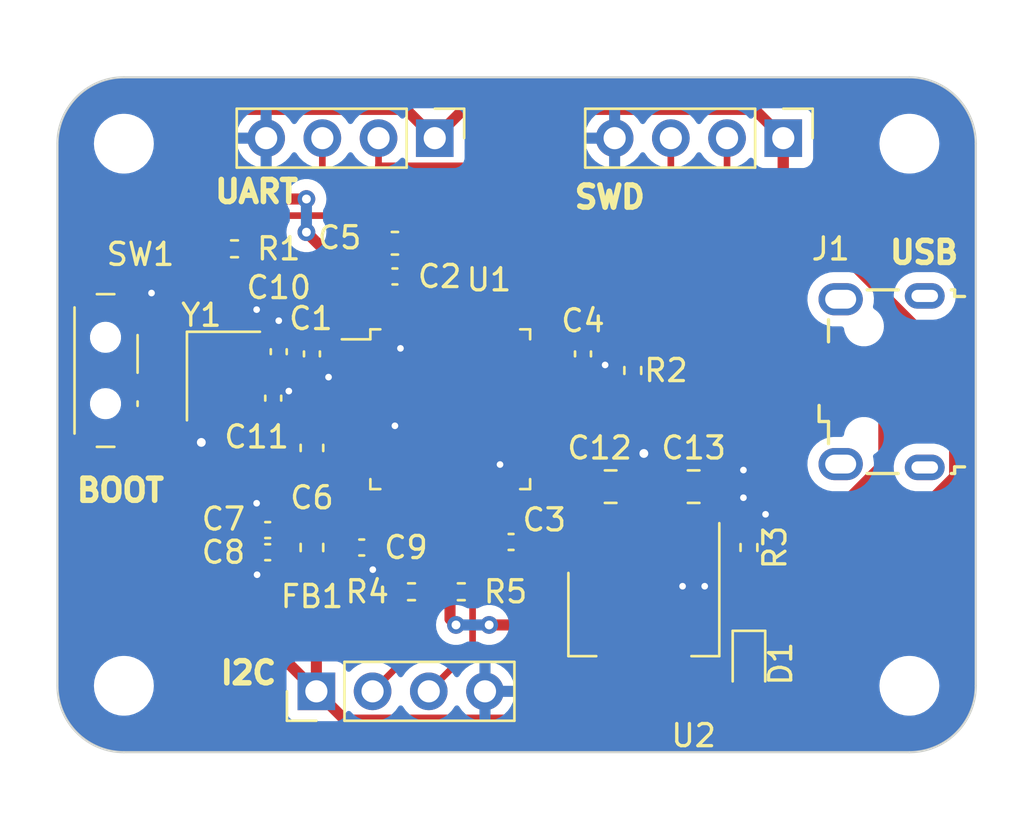
<source format=kicad_pcb>
(kicad_pcb (version 20221018) (generator pcbnew)
  (layers (0 "F.Cu" signal) (31 "B.Cu" power) (34 "B.Paste" user) (35 "F.Paste" user) (36 "B.SilkS" user "B.Silkscreen") (37 "F.SilkS" user "F.Silkscreen") (38 "B.Mask" user) (39 "F.Mask" user) (44 "Edge.Cuts" user))
  (net 0 "")
  (net 1 "+3.3V")
  (net 2 "GND")
  (net 3 "+3.3VA")
  (net 4 "/NRST")
  (net 5 "/HSE_IN")
  (net 6 "/HSE_OUT")
  (net 7 "VBUS")
  (net 8 "/PWR_LED_K")
  (net 9 "/USB_D-")
  (net 10 "/USB_D+")
  (net 13 "/SW_DIO")
  (net 14 "/SW_CLK")
  (net 15 "/USART1_TX")
  (net 16 "/USART1_RX")
  (net 17 "/I2C2_SCL")
  (net 18 "/I2C2_SDA")
  (net 19 "/SW_BOOT0")
  (net 20 "/BOOT0")
  (footprint "Capacitor_SMD:C_0402_1005Metric" (layer "F.Cu") (at 86 82.75 -90)
    (fp_text reference "C4" (at -1.5 0 -180) (layer "F.SilkS"))
    (fp_text value "100n")
    (pad "1" smd roundrect (at -0.48 0 270) (size 0.56 0.62) (layers "F.Cu" "F.Paste" "F.Mask") (net 1 "+3.3V"))
    (pad "2" smd roundrect (at 0.48 0 270) (size 0.56 0.62) (layers "F.Cu" "F.Paste" "F.Mask") (net 2 "GND"))
  )
  (footprint "Capacitor_SMD:C_0805_2012Metric" (layer "F.Cu") (at 87.25 88.75)
    (fp_text reference "C12" (at -0.5 -1.75) (layer "F.SilkS"))
    (fp_text value "22u")
    (pad "1" smd roundrect (at -0.95 0) (size 1 1.45) (layers "F.Cu" "F.Paste" "F.Mask") (net 7 "VBUS"))
    (pad "2" smd roundrect (at 0.95 0) (size 1 1.45) (layers "F.Cu" "F.Paste" "F.Mask") (net 2 "GND"))
  )
  (footprint "Resistor_SMD:R_0402_1005Metric" (layer "F.Cu") (at 78.25 93.5)
    (fp_text reference "R4" (at -2 0) (layer "F.SilkS"))
    (fp_text value "1k5")
    (pad "1" smd roundrect (at -0.51 0) (size 0.54 0.64) (layers "F.Cu" "F.Paste" "F.Mask") (net 17 "/I2C2_SCL"))
    (pad "2" smd roundrect (at 0.51 0) (size 0.54 0.64) (layers "F.Cu" "F.Paste" "F.Mask") (net 1 "+3.3V"))
  )
  (footprint "Resistor_SMD:R_0402_1005Metric" (layer "F.Cu") (at 88.25 83.5 -90)
    (fp_text reference "R2" (at 0 -1.5 -180) (layer "F.SilkS"))
    (fp_text value "1k5")
    (pad "1" smd roundrect (at -0.51 0 270) (size 0.54 0.64) (layers "F.Cu" "F.Paste" "F.Mask") (net 1 "+3.3V"))
    (pad "2" smd roundrect (at 0.51 0 270) (size 0.54 0.64) (layers "F.Cu" "F.Paste" "F.Mask") (net 10 "/USB_D+"))
  )
  (footprint "MountingHole:MountingHole_2.2mm_M2" (layer "F.Cu") (at 100.75 73.25)
    (fp_text reference "H1")
    (fp_text value "MountingHole")
    (pad "" np_thru_hole circle (at 0 0) (size 2.2 2.2) (drill 2.2) (layers "*.Cu" "*.Mask"))
  )
  (footprint "Package_TO_SOT_SMD:SOT-223-3_TabPin2" (layer "F.Cu") (at 88.75 94.5 -90)
    (fp_text reference "U2" (at 5.5 -2.25) (layer "F.SilkS"))
    (fp_text value "AMS1117-3.3")
    (pad "1" smd rect (at -3.15 -2.3 270) (size 2 1.5) (layers "F.Cu" "F.Paste" "F.Mask") (net 2 "GND"))
    (pad "2" smd rect (at -3.15 0 270) (size 2 1.5) (layers "F.Cu" "F.Paste" "F.Mask") (net 1 "+3.3V"))
    (pad "2" smd rect (at 3.15 0 270) (size 2 3.8) (layers "F.Cu" "F.Paste" "F.Mask") (net 1 "+3.3V"))
    (pad "3" smd rect (at -3.15 2.3 270) (size 2 1.5) (layers "F.Cu" "F.Paste" "F.Mask") (net 7 "VBUS"))
  )
  (footprint "Capacitor_SMD:C_0402_1005Metric" (layer "F.Cu") (at 77.5 79.25)
    (fp_text reference "C2" (at 2.02 0) (layer "F.SilkS"))
    (fp_text value "100n")
    (pad "1" smd roundrect (at -0.48 0) (size 0.56 0.62) (layers "F.Cu" "F.Paste" "F.Mask") (net 1 "+3.3V"))
    (pad "2" smd roundrect (at 0.48 0) (size 0.56 0.62) (layers "F.Cu" "F.Paste" "F.Mask") (net 2 "GND"))
  )
  (footprint "Button_Switch_SMD:SW_SPDT_PCM12" (layer "F.Cu") (at 64.75 83.5 -90)
    (fp_text reference "SW1" (at -5.25 -1.25) (layer "F.SilkS"))
    (fp_text value "SW_SPDT")
    (pad "" smd rect (at -3.65 -0.78 270) (size 1 0.8) (layers "F.Cu" "F.Paste" "F.Mask"))
    (pad "" smd rect (at -3.65 1.43 270) (size 1 0.8) (layers "F.Cu" "F.Paste" "F.Mask"))
    (pad "" np_thru_hole circle (at -1.5 0.33 270) (size 0.9 0.9) (drill 0.9) (layers "*.Cu" "*.Mask"))
    (pad "" np_thru_hole circle (at 1.5 0.33 270) (size 0.9 0.9) (drill 0.9) (layers "*.Cu" "*.Mask"))
    (pad "" smd rect (at 3.65 -0.78 270) (size 1 0.8) (layers "F.Cu" "F.Paste" "F.Mask"))
    (pad "" smd rect (at 3.65 1.43 270) (size 1 0.8) (layers "F.Cu" "F.Paste" "F.Mask"))
    (pad "1" smd rect (at -2.25 -1.43 270) (size 0.7 1.5) (layers "F.Cu" "F.Paste" "F.Mask") (net 2 "GND"))
    (pad "2" smd rect (at 0.75 -1.43 270) (size 0.7 1.5) (layers "F.Cu" "F.Paste" "F.Mask") (net 19 "/SW_BOOT0"))
    (pad "3" smd rect (at 2.25 -1.43 270) (size 0.7 1.5) (layers "F.Cu" "F.Paste" "F.Mask") (net 1 "+3.3V"))
  )
  (footprint "Capacitor_SMD:C_0603_1608Metric" (layer "F.Cu") (at 77.5 77.75)
    (fp_text reference "C5" (at -2.5 -0.25 180) (layer "F.SilkS"))
    (fp_text value "10u")
    (pad "1" smd roundrect (at -0.775 0) (size 0.9 0.95) (layers "F.Cu" "F.Paste" "F.Mask") (net 1 "+3.3V"))
    (pad "2" smd roundrect (at 0.775 0) (size 0.9 0.95) (layers "F.Cu" "F.Paste" "F.Mask") (net 2 "GND"))
  )
  (footprint "Capacitor_SMD:C_0402_1005Metric" (layer "F.Cu") (at 72 84.75 90)
    (fp_text reference "C11" (at -1.75 -0.75) (layer "F.SilkS"))
    (fp_text value "10p")
    (pad "1" smd roundrect (at -0.48 0 90) (size 0.56 0.62) (layers "F.Cu" "F.Paste" "F.Mask") (net 6 "/HSE_OUT"))
    (pad "2" smd roundrect (at 0.48 0 90) (size 0.56 0.62) (layers "F.Cu" "F.Paste" "F.Mask") (net 2 "GND"))
  )
  (footprint "Capacitor_SMD:C_0402_1005Metric" (layer "F.Cu") (at 71.75 90.7125 180)
    (fp_text reference "C7" (at 2 0.5 180) (layer "F.SilkS"))
    (fp_text value "1u")
    (pad "1" smd roundrect (at -0.48 0 180) (size 0.56 0.62) (layers "F.Cu" "F.Paste" "F.Mask") (net 3 "+3.3VA"))
    (pad "2" smd roundrect (at 0.48 0 180) (size 0.56 0.62) (layers "F.Cu" "F.Paste" "F.Mask") (net 2 "GND"))
  )
  (footprint "Inductor_SMD:L_0603_1608Metric" (layer "F.Cu") (at 73.75 91.5 -90)
    (fp_text reference "FB1" (at 2.2125 0 -180) (layer "F.SilkS"))
    (fp_text value "120R")
    (pad "1" smd roundrect (at -0.7875 0 270) (size 0.875 0.95) (layers "F.Cu" "F.Paste" "F.Mask") (net 3 "+3.3VA"))
    (pad "2" smd roundrect (at 0.7875 0 270) (size 0.875 0.95) (layers "F.Cu" "F.Paste" "F.Mask") (net 1 "+3.3V"))
  )
  (footprint "Capacitor_SMD:C_0402_1005Metric" (layer "F.Cu") (at 73.75 82.75 -90)
    (fp_text reference "C1" (at -1.6 0.05 -180) (layer "F.SilkS"))
    (fp_text value "100n")
    (pad "1" smd roundrect (at -0.48 0 270) (size 0.56 0.62) (layers "F.Cu" "F.Paste" "F.Mask") (net 1 "+3.3V"))
    (pad "2" smd roundrect (at 0.48 0 270) (size 0.56 0.62) (layers "F.Cu" "F.Paste" "F.Mask") (net 2 "GND"))
  )
  (footprint "Resistor_SMD:R_0402_1005Metric" (layer "F.Cu") (at 93.5 91.5 -90)
    (fp_text reference "R3" (at 0 -1.17 90) (layer "F.SilkS"))
    (fp_text value "1k5")
    (pad "1" smd roundrect (at -0.51 0 270) (size 0.54 0.64) (layers "F.Cu" "F.Paste" "F.Mask") (net 2 "GND"))
    (pad "2" smd roundrect (at 0.51 0 270) (size 0.54 0.64) (layers "F.Cu" "F.Paste" "F.Mask") (net 8 "/PWR_LED_K"))
  )
  (footprint "Capacitor_SMD:C_0402_1005Metric" (layer "F.Cu") (at 82.75 91.25 180)
    (fp_text reference "C3" (at -1.5 1) (layer "F.SilkS"))
    (fp_text value "100n")
    (pad "1" smd roundrect (at -0.48 0 180) (size 0.56 0.62) (layers "F.Cu" "F.Paste" "F.Mask") (net 1 "+3.3V"))
    (pad "2" smd roundrect (at 0.48 0 180) (size 0.56 0.62) (layers "F.Cu" "F.Paste" "F.Mask") (net 2 "GND"))
  )
  (footprint "Capacitor_SMD:C_0402_1005Metric" (layer "F.Cu") (at 76 91.5)
    (fp_text reference "C9" (at 2 0) (layer "F.SilkS"))
    (fp_text value "100n")
    (pad "1" smd roundrect (at -0.48 0) (size 0.56 0.62) (layers "F.Cu" "F.Paste" "F.Mask") (net 4 "/NRST"))
    (pad "2" smd roundrect (at 0.48 0) (size 0.56 0.62) (layers "F.Cu" "F.Paste" "F.Mask") (net 2 "GND"))
  )
  (footprint "LED_SMD:LED_0603_1608Metric" (layer "F.Cu") (at 93.5 96.75 -90)
    (fp_text reference "D1" (at 0 -1.43 90) (layer "F.SilkS"))
    (fp_text value "RED")
    (pad "1" smd roundrect (at -0.7875 0 270) (size 0.875 0.95) (layers "F.Cu" "F.Paste" "F.Mask") (net 8 "/PWR_LED_K"))
    (pad "2" smd roundrect (at 0.7875 0 270) (size 0.875 0.95) (layers "F.Cu" "F.Paste" "F.Mask") (net 1 "+3.3V"))
  )
  (footprint "Capacitor_SMD:C_0402_1005Metric" (layer "F.Cu") (at 71.75 91.7125 180)
    (fp_text reference "C8" (at 2 0 180) (layer "F.SilkS"))
    (fp_text value "1u")
    (pad "1" smd roundrect (at -0.48 0 180) (size 0.56 0.62) (layers "F.Cu" "F.Paste" "F.Mask") (net 1 "+3.3V"))
    (pad "2" smd roundrect (at 0.48 0 180) (size 0.56 0.62) (layers "F.Cu" "F.Paste" "F.Mask") (net 2 "GND"))
  )
  (footprint "MountingHole:MountingHole_2.2mm_M2" (layer "F.Cu") (at 65.25 97.75)
    (fp_text reference "H3")
    (fp_text value "MountingHole")
    (pad "" np_thru_hole circle (at 0 0) (size 2.2 2.2) (drill 2.2) (layers "*.Cu" "*.Mask"))
  )
  (footprint "Package_QFP:LQFP-48_7x7mm_P0.5mm" (layer "F.Cu") (at 80 85.25)
    (fp_text reference "U1" (at 1.75 -5.85) (layer "F.SilkS"))
    (fp_text value "STM32F103C8T6")
    (pad "1" smd roundrect (at -4.1625 -2.75) (size 1.475 0.3) (layers "F.Cu" "F.Paste" "F.Mask") (net 1 "+3.3V"))
    (pad "2" smd roundrect (at -4.1625 -2.25) (size 1.475 0.3) (layers "F.Cu" "F.Paste" "F.Mask"))
    (pad "3" smd roundrect (at -4.1625 -1.75) (size 1.475 0.3) (layers "F.Cu" "F.Paste" "F.Mask"))
    (pad "4" smd roundrect (at -4.1625 -1.25) (size 1.475 0.3) (layers "F.Cu" "F.Paste" "F.Mask"))
    (pad "5" smd roundrect (at -4.1625 -0.75) (size 1.475 0.3) (layers "F.Cu" "F.Paste" "F.Mask") (net 5 "/HSE_IN"))
    (pad "6" smd roundrect (at -4.1625 -0.25) (size 1.475 0.3) (layers "F.Cu" "F.Paste" "F.Mask") (net 6 "/HSE_OUT"))
    (pad "7" smd roundrect (at -4.1625 0.25) (size 1.475 0.3) (layers "F.Cu" "F.Paste" "F.Mask") (net 4 "/NRST"))
    (pad "8" smd roundrect (at -4.1625 0.75) (size 1.475 0.3) (layers "F.Cu" "F.Paste" "F.Mask") (net 2 "GND"))
    (pad "9" smd roundrect (at -4.1625 1.25) (size 1.475 0.3) (layers "F.Cu" "F.Paste" "F.Mask") (net 3 "+3.3VA"))
    (pad "10" smd roundrect (at -4.1625 1.75) (size 1.475 0.3) (layers "F.Cu" "F.Paste" "F.Mask"))
    (pad "11" smd roundrect (at -4.1625 2.25) (size 1.475 0.3) (layers "F.Cu" "F.Paste" "F.Mask"))
    (pad "12" smd roundrect (at -4.1625 2.75) (size 1.475 0.3) (layers "F.Cu" "F.Paste" "F.Mask"))
    (pad "13" smd roundrect (at -2.75 4.1625) (size 0.3 1.475) (layers "F.Cu" "F.Paste" "F.Mask"))
    (pad "14" smd roundrect (at -2.25 4.1625) (size 0.3 1.475) (layers "F.Cu" "F.Paste" "F.Mask"))
    (pad "15" smd roundrect (at -1.75 4.1625) (size 0.3 1.475) (layers "F.Cu" "F.Paste" "F.Mask"))
    (pad "16" smd roundrect (at -1.25 4.1625) (size 0.3 1.475) (layers "F.Cu" "F.Paste" "F.Mask"))
    (pad "17" smd roundrect (at -0.75 4.1625) (size 0.3 1.475) (layers "F.Cu" "F.Paste" "F.Mask"))
    (pad "18" smd roundrect (at -0.25 4.1625) (size 0.3 1.475) (layers "F.Cu" "F.Paste" "F.Mask"))
    (pad "19" smd roundrect (at 0.25 4.1625) (size 0.3 1.475) (layers "F.Cu" "F.Paste" "F.Mask"))
    (pad "20" smd roundrect (at 0.75 4.1625) (size 0.3 1.475) (layers "F.Cu" "F.Paste" "F.Mask"))
    (pad "21" smd roundrect (at 1.25 4.1625) (size 0.3 1.475) (layers "F.Cu" "F.Paste" "F.Mask") (net 17 "/I2C2_SCL"))
    (pad "22" smd roundrect (at 1.75 4.1625) (size 0.3 1.475) (layers "F.Cu" "F.Paste" "F.Mask") (net 18 "/I2C2_SDA"))
    (pad "23" smd roundrect (at 2.25 4.1625) (size 0.3 1.475) (layers "F.Cu" "F.Paste" "F.Mask") (net 2 "GND"))
    (pad "24" smd roundrect (at 2.75 4.1625) (size 0.3 1.475) (layers "F.Cu" "F.Paste" "F.Mask") (net 1 "+3.3V"))
    (pad "25" smd roundrect (at 4.1625 2.75) (size 1.475 0.3) (layers "F.Cu" "F.Paste" "F.Mask"))
    (pad "26" smd roundrect (at 4.1625 2.25) (size 1.475 0.3) (layers "F.Cu" "F.Paste" "F.Mask"))
    (pad "27" smd roundrect (at 4.1625 1.75) (size 1.475 0.3) (layers "F.Cu" "F.Paste" "F.Mask"))
    (pad "28" smd roundrect (at 4.1625 1.25) (size 1.475 0.3) (layers "F.Cu" "F.Paste" "F.Mask"))
    (pad "29" smd roundrect (at 4.1625 0.75) (size 1.475 0.3) (layers "F.Cu" "F.Paste" "F.Mask"))
    (pad "30" smd roundrect (at 4.1625 0.25) (size 1.475 0.3) (layers "F.Cu" "F.Paste" "F.Mask"))
    (pad "31" smd roundrect (at 4.1625 -0.25) (size 1.475 0.3) (layers "F.Cu" "F.Paste" "F.Mask"))
    (pad "32" smd roundrect (at 4.1625 -0.75) (size 1.475 0.3) (layers "F.Cu" "F.Paste" "F.Mask") (net 9 "/USB_D-"))
    (pad "33" smd roundrect (at 4.1625 -1.25) (size 1.475 0.3) (layers "F.Cu" "F.Paste" "F.Mask") (net 10 "/USB_D+"))
    (pad "34" smd roundrect (at 4.1625 -1.75) (size 1.475 0.3) (layers "F.Cu" "F.Paste" "F.Mask") (net 13 "/SW_DIO"))
    (pad "35" smd roundrect (at 4.1625 -2.25) (size 1.475 0.3) (layers "F.Cu" "F.Paste" "F.Mask") (net 2 "GND"))
    (pad "36" smd roundrect (at 4.1625 -2.75) (size 1.475 0.3) (layers "F.Cu" "F.Paste" "F.Mask") (net 1 "+3.3V"))
    (pad "37" smd roundrect (at 2.75 -4.1625) (size 0.3 1.475) (layers "F.Cu" "F.Paste" "F.Mask") (net 14 "/SW_CLK"))
    (pad "38" smd roundrect (at 2.25 -4.1625) (size 0.3 1.475) (layers "F.Cu" "F.Paste" "F.Mask"))
    (pad "39" smd roundrect (at 1.75 -4.1625) (size 0.3 1.475) (layers "F.Cu" "F.Paste" "F.Mask"))
    (pad "40" smd roundrect (at 1.25 -4.1625) (size 0.3 1.475) (layers "F.Cu" "F.Paste" "F.Mask"))
    (pad "41" smd roundrect (at 0.75 -4.1625) (size 0.3 1.475) (layers "F.Cu" "F.Paste" "F.Mask"))
    (pad "42" smd roundrect (at 0.25 -4.1625) (size 0.3 1.475) (layers "F.Cu" "F.Paste" "F.Mask") (net 15 "/USART1_TX"))
    (pad "43" smd roundrect (at -0.25 -4.1625) (size 0.3 1.475) (layers "F.Cu" "F.Paste" "F.Mask") (net 16 "/USART1_RX"))
    (pad "44" smd roundrect (at -0.75 -4.1625) (size 0.3 1.475) (layers "F.Cu" "F.Paste" "F.Mask") (net 20 "/BOOT0"))
    (pad "45" smd roundrect (at -1.25 -4.1625) (size 0.3 1.475) (layers "F.Cu" "F.Paste" "F.Mask"))
    (pad "46" smd roundrect (at -1.75 -4.1625) (size 0.3 1.475) (layers "F.Cu" "F.Paste" "F.Mask"))
    (pad "47" smd roundrect (at -2.25 -4.1625) (size 0.3 1.475) (layers "F.Cu" "F.Paste" "F.Mask") (net 2 "GND"))
    (pad "48" smd roundrect (at -2.75 -4.1625) (size 0.3 1.475) (layers "F.Cu" "F.Paste" "F.Mask") (net 1 "+3.3V"))
  )
  (footprint "Resistor_SMD:R_0402_1005Metric" (layer "F.Cu") (at 80.5 93.5 180)
    (fp_text reference "R5" (at -2 0) (layer "F.SilkS"))
    (fp_text value "1k5")
    (pad "1" smd roundrect (at -0.51 0 180) (size 0.54 0.64) (layers "F.Cu" "F.Paste" "F.Mask") (net 18 "/I2C2_SDA"))
    (pad "2" smd roundrect (at 0.51 0 180) (size 0.54 0.64) (layers "F.Cu" "F.Paste" "F.Mask") (net 1 "+3.3V"))
  )
  (footprint "MountingHole:MountingHole_2.2mm_M2" (layer "F.Cu") (at 100.75 97.75)
    (fp_text reference "H4")
    (fp_text value "MountingHole")
    (pad "" np_thru_hole circle (at 0 0) (size 2.2 2.2) (drill 2.2) (layers "*.Cu" "*.Mask"))
  )
  (footprint "Capacitor_SMD:C_0603_1608Metric" (layer "F.Cu") (at 73.75 87 90)
    (fp_text reference "C6" (at -2.25 0 180) (layer "F.SilkS"))
    (fp_text value "10n")
    (pad "1" smd roundrect (at -0.775 0 90) (size 0.9 0.95) (layers "F.Cu" "F.Paste" "F.Mask") (net 3 "+3.3VA"))
    (pad "2" smd roundrect (at 0.775 0 90) (size 0.9 0.95) (layers "F.Cu" "F.Paste" "F.Mask") (net 2 "GND"))
  )
  (footprint "Capacitor_SMD:C_0402_1005Metric" (layer "F.Cu") (at 72.25 82.65 90)
    (fp_text reference "C10" (at 2.9 0) (layer "F.SilkS"))
    (fp_text value "10p")
    (pad "1" smd roundrect (at -0.48 0 90) (size 0.56 0.62) (layers "F.Cu" "F.Paste" "F.Mask") (net 5 "/HSE_IN"))
    (pad "2" smd roundrect (at 0.48 0 90) (size 0.56 0.62) (layers "F.Cu" "F.Paste" "F.Mask") (net 2 "GND"))
  )
  (footprint "Connector_USB:USB_Micro-B_Wuerth_629105150521" (layer "F.Cu") (at 99.495 84.005 90)
    (fp_text reference "J1" (at 6 -2.3 180) (layer "F.SilkS"))
    (fp_text value "USB_B_Micro")
    (pad "" np_thru_hole oval (at -2.5 -0.8 90) (size 0.8 0.8) (drill 0.8) (layers "*.Cu" "*.Mask"))
    (pad "" np_thru_hole oval (at 2.5 -0.8 90) (size 0.8 0.8) (drill 0.8) (layers "*.Cu" "*.Mask"))
    (pad "1" smd rect (at -1.3 -1.9 90) (size 0.45 1.3) (layers "F.Cu" "F.Paste" "F.Mask") (net 7 "VBUS"))
    (pad "2" smd rect (at -0.65 -1.9 90) (size 0.45 1.3) (layers "F.Cu" "F.Paste" "F.Mask") (net 9 "/USB_D-"))
    (pad "3" smd rect (at 0 -1.9 90) (size 0.45 1.3) (layers "F.Cu" "F.Paste" "F.Mask") (net 10 "/USB_D+"))
    (pad "4" smd rect (at 0.65 -1.9 90) (size 0.45 1.3) (layers "F.Cu" "F.Paste" "F.Mask"))
    (pad "5" smd rect (at 1.3 -1.9 90) (size 0.45 1.3) (layers "F.Cu" "F.Paste" "F.Mask") (net 2 "GND"))
    (pad "6" thru_hole oval (at -3.875 1.95 90) (size 1.15 1.8) (drill oval 0.55 1.2) (layers "*.Cu" "*.Mask"))
    (pad "6" thru_hole oval (at -3.725 -1.85 90) (size 1.45 2) (drill oval 0.85 1.4) (layers "*.Cu" "*.Mask"))
    (pad "6" thru_hole oval (at 3.725 -1.85 90) (size 1.45 2) (drill oval 0.85 1.4) (layers "*.Cu" "*.Mask"))
    (pad "6" thru_hole oval (at 3.875 1.95 90) (size 1.15 1.8) (drill oval 0.55 1.2) (layers "*.Cu" "*.Mask"))
  )
  (footprint "Connector_PinHeader_2.54mm:PinHeader_1x04_P2.54mm_Vertical" (layer "F.Cu") (at 73.95 98 90)
    (fp_text reference "J4")
    (fp_text value "Conn_01x04_Pin")
    (pad "1" thru_hole rect (at 0 0 90) (size 1.7 1.7) (drill 1) (layers "*.Cu" "*.Mask") (net 1 "+3.3V"))
    (pad "2" thru_hole oval (at 0 2.54 90) (size 1.7 1.7) (drill 1) (layers "*.Cu" "*.Mask") (net 17 "/I2C2_SCL"))
    (pad "3" thru_hole oval (at 0 5.08 90) (size 1.7 1.7) (drill 1) (layers "*.Cu" "*.Mask") (net 18 "/I2C2_SDA"))
    (pad "4" thru_hole oval (at 0 7.62 90) (size 1.7 1.7) (drill 1) (layers "*.Cu" "*.Mask") (net 2 "GND"))
  )
  (footprint "Resistor_SMD:R_0402_1005Metric" (layer "F.Cu") (at 70.25 78)
    (fp_text reference "R1" (at 2 0) (layer "F.SilkS"))
    (fp_text value "10k")
    (pad "1" smd roundrect (at -0.51 0) (size 0.54 0.64) (layers "F.Cu" "F.Paste" "F.Mask") (net 19 "/SW_BOOT0"))
    (pad "2" smd roundrect (at 0.51 0) (size 0.54 0.64) (layers "F.Cu" "F.Paste" "F.Mask") (net 20 "/BOOT0"))
  )
  (footprint "Connector_PinHeader_2.54mm:PinHeader_1x04_P2.54mm_Vertical" (layer "F.Cu") (at 95.05 73 -90)
    (fp_text reference "J2")
    (fp_text value "Conn_01x04_Pin")
    (pad "1" thru_hole rect (at 0 0 270) (size 1.7 1.7) (drill 1) (layers "*.Cu" "*.Mask") (net 1 "+3.3V"))
    (pad "2" thru_hole oval (at 0 2.54 270) (size 1.7 1.7) (drill 1) (layers "*.Cu" "*.Mask") (net 13 "/SW_DIO"))
    (pad "3" thru_hole oval (at 0 5.08 270) (size 1.7 1.7) (drill 1) (layers "*.Cu" "*.Mask") (net 14 "/SW_CLK"))
    (pad "4" thru_hole oval (at 0 7.62 270) (size 1.7 1.7) (drill 1) (layers "*.Cu" "*.Mask") (net 2 "GND"))
  )
  (footprint "Capacitor_SMD:C_0805_2012Metric" (layer "F.Cu") (at 91 88.75)
    (fp_text reference "C13" (at 0 -1.75) (layer "F.SilkS"))
    (fp_text value "22u")
    (pad "1" smd roundrect (at -0.95 0) (size 1 1.45) (layers "F.Cu" "F.Paste" "F.Mask") (net 1 "+3.3V"))
    (pad "2" smd roundrect (at 0.95 0) (size 1 1.45) (layers "F.Cu" "F.Paste" "F.Mask") (net 2 "GND"))
  )
  (footprint "Connector_PinHeader_2.54mm:PinHeader_1x04_P2.54mm_Vertical" (layer "F.Cu") (at 79.3 73 -90)
    (fp_text reference "J3")
    (fp_text value "Conn_01x04_Pin")
    (pad "1" thru_hole rect (at 0 0 270) (size 1.7 1.7) (drill 1) (layers "*.Cu" "*.Mask") (net 1 "+3.3V"))
    (pad "2" thru_hole oval (at 0 2.54 270) (size 1.7 1.7) (drill 1) (layers "*.Cu" "*.Mask") (net 15 "/USART1_TX"))
    (pad "3" thru_hole oval (at 0 5.08 270) (size 1.7 1.7) (drill 1) (layers "*.Cu" "*.Mask") (net 16 "/USART1_RX"))
    (pad "4" thru_hole oval (at 0 7.62 270) (size 1.7 1.7) (drill 1) (layers "*.Cu" "*.Mask") (net 2 "GND"))
  )
  (footprint "MountingHole:MountingHole_2.2mm_M2" (layer "F.Cu") (at 65.25 73.25)
    (fp_text reference "H2")
    (fp_text value "MountingHole")
    (pad "" np_thru_hole circle (at 0 0) (size 2.2 2.2) (drill 2.2) (layers "*.Cu" "*.Mask"))
  )
  (footprint "Crystal:Crystal_SMD_3225-4Pin_3.2x2.5mm" (layer "F.Cu") (at 69.75 83.75 -90)
    (fp_text reference "Y1" (at -2.75 1 -180) (layer "F.SilkS"))
    (fp_text value "16Mhz")
    (pad "1" smd rect (at -1.1 0.85 270) (size 1.4 1.2) (layers "F.Cu" "F.Paste" "F.Mask") (net 5 "/HSE_IN"))
    (pad "2" smd rect (at 1.1 0.85 270) (size 1.4 1.2) (layers "F.Cu" "F.Paste" "F.Mask") (net 2 "GND"))
    (pad "3" smd rect (at 1.1 -0.85 270) (size 1.4 1.2) (layers "F.Cu" "F.Paste" "F.Mask") (net 6 "/HSE_OUT"))
    (pad "4" smd rect (at -1.1 -0.85 270) (size 1.4 1.2) (layers "F.Cu" "F.Paste" "F.Mask") (net 2 "GND"))
  )
  (gr_line (start 62.25 73.25) (end 62.25 97.75) (stroke (width 0.1)) (layer "Edge.Cuts"))
  (gr_line (start 100.75 70.25) (end 65.25 70.25) (stroke (width 0.1)) (layer "Edge.Cuts"))
  (gr_line (start 100.75 100.75) (end 65.25 100.75) (stroke (width 0.1)) (layer "Edge.Cuts"))
  (gr_arc (start 65.25 100.75) (mid 63.12868 99.87132) (end 62.25 97.75) (stroke (width 0.1)) (layer "Edge.Cuts"))
  (gr_line (start 103.75 97.75) (end 103.75 73.25) (stroke (width 0.1)) (layer "Edge.Cuts"))
  (gr_arc (start 100.75 70.25) (mid 102.87132 71.12868) (end 103.75 73.25) (stroke (width 0.1)) (layer "Edge.Cuts"))
  (gr_arc (start 103.75 97.75) (mid 102.87132 99.87132) (end 100.75 100.75) (stroke (width 0.1)) (layer "Edge.Cuts"))
  (gr_arc (start 62.25 73.25) (mid 63.12868 71.12868) (end 65.25 70.25) (stroke (width 0.1)) (layer "Edge.Cuts"))
  (gr_text "USB" (at 99.75 78.75) (layer "F.SilkS") (effects (font (size 1 1) (thickness 0.25) bold) (justify left bottom)))
  (gr_text "BOOT" (at 63 89.5) (layer "F.SilkS") (effects (font (size 1 1) (thickness 0.25) bold) (justify left bottom)))
  (gr_text "SWD" (at 85.5 76.25) (layer "F.SilkS") (effects (font (size 1 1) (thickness 0.25) bold) (justify left bottom)))
  (gr_text "UART" (at 69.25 76) (layer "F.SilkS") (effects (font (size 1 1) (thickness 0.25) bold) (justify left bottom)))
  (gr_text "I2C" (at 69.5 97.75) (layer "F.SilkS") (effects (font (size 1 1) (thickness 0.25) bold) (justify left bottom)))
  (segment (start 75.5 78.25) (end 76 77.75) (width 0.5) (layer "F.Cu") (net 1))
  (segment (start 77.25 81.0875) (end 77.25 80.25) (width 0.3) (layer "F.Cu") (net 1))
  (segment (start 93.3875 97.65) (end 93.5 97.5375) (width 0.5) (layer "F.Cu") (net 1))
  (segment (start 98.275826 90.025825) (end 101.073744 90.025825) (width 0.5) (layer "F.Cu") (net 1))
  (segment (start 69.75 71.75) (end 69.75 75.25) (width 0.5) (layer "F.Cu") (net 1))
  (segment (start 84.5 99.3) (end 75.25 99.3) (width 0.5) (layer "F.Cu") (net 1))
  (segment (start 79.3 73) (end 78 71.7) (width 0.5) (layer "F.Cu") (net 1))
  (segment (start 77.02 79.98) (end 77.02 79.25) (width 0.3) (layer "F.Cu") (net 1))
  (segment (start 90.4 99.25) (end 97 99.25) (width 0.5) (layer "F.Cu") (net 1))
  (segment (start 80.6 71.7) (end 79.3 73) (width 0.5) (layer "F.Cu") (net 1))
  (segment (start 69.8 71.7) (end 69.75 71.75) (width 0.5) (layer "F.Cu") (net 1))
  (segment (start 72.805 92.2875) (end 72.23 91.7125) (width 0.5) (layer "F.Cu") (net 1))
  (segment (start 79.99 93.5) (end 78.76 93.5) (width 0.5) (layer "F.Cu") (net 1))
  (segment (start 85.27 82.27) (end 86 82.27) (width 0.3) (layer "F.Cu") (net 1))
  (segment (start 73.95 98) (end 73.95 92.4875) (width 0.5) (layer "F.Cu") (net 1))
  (segment (start 93.75 71.7) (end 80.6 71.7) (width 0.5) (layer "F.Cu") (net 1))
  (segment (start 92 97.65) (end 90.35 99.3) (width 0.5) (layer "F.Cu") (net 1))
  (segment (start 95.05 75.55) (end 95.05 73) (width 0.5) (layer "F.Cu") (net 1))
  (segment (start 76 77.75) (end 76.725 77.75) (width 0.5) (layer "F.Cu") (net 1))
  (segment (start 95.05 76.19) (end 88.25 82.99) (width 0.5) (layer "F.Cu") (net 1))
  (segment (start 82.75 90.25) (end 83.23 90.73) (width 0.3) (layer "F.Cu") (net 1))
  (segment (start 76.725 77.75) (end 76.725 78.225) (width 0.5) (layer "F.Cu") (net 1))
  (segment (start 85 82.5) (end 85.25 82.25) (width 0.3) (layer "F.Cu") (net 1))
  (segment (start 85 99.3) (end 84.5 99.3) (width 0.5) (layer "F.Cu") (net 1))
  (segment (start 97 91.301651) (end 98.275826 90.025825) (width 0.5) (layer "F.Cu") (net 1))
  (segment (start 78 71.7) (end 69.8 71.7) (width 0.5) (layer "F.Cu") (net 1))
  (segment (start 75.7375 82.4) (end 75.8375 82.4) (width 0.5) (layer "F.Cu") (net 1))
  (segment (start 76.725 78.225) (end 77.02 78.52) (width 0.5) (layer "F.Cu") (net 1))
  (segment (start 85.25 82.25) (end 85.27 82.27) (width 0.3) (layer "F.Cu") (net 1))
  (segment (start 88.25 82.99) (end 87.53 82.27) (width 0.5) (layer "F.Cu") (net 1))
  (segment (start 84.5 99.3) (end 84.5 95) (width 0.5) (layer "F.Cu") (net 1))
  (segment (start 88.75 97.65) (end 92 97.65) (width 0.5) (layer "F.Cu") (net 1))
  (segment (start 82.75 89.4125) (end 82.75 90.25) (width 0.3) (layer "F.Cu") (net 1))
  (segment (start 84.5 95) (end 81.76 95) (width 0.5) (layer "F.Cu") (net 1))
  (segment (start 90.35 99.3) (end 90.4 99.25) (width 0.5) (layer "F.Cu") (net 1))
  (segment (start 74.5 78.25) (end 75 78.25) (width 0.5) (layer "F.Cu") (net 1))
  (segment (start 74.75 82.25) (end 74.73 82.27) (width 0.3) (layer "F.Cu") (net 1))
  (segment (start 66.38 85.95) (end 66.18 85.75) (width 0.5) (layer "F.Cu") (net 1))
  (segment (start 87.53 82.27) (end 86 82.27) (width 0.5) (layer "F.Cu") (net 1))
  (segment (start 75.8375 82.5) (end 75 82.5) (width 0.3) (layer "F.Cu") (net 1))
  (segment (start 75 81.6625) (end 75.7375 82.4) (width 0.5) (layer "F.Cu") (net 1))
  (segment (start 83.25 91.25) (end 83.23 91.25) (width 0.5) (layer "F.Cu") (net 1))
  (segment (start 79.99 94.73) (end 80.26 95) (width 0.5) (layer "F.Cu") (net 1))
  (segment (start 73.5 77.25) (end 74.5 78.25) (width 0.5) (layer "F.Cu") (net 1))
  (segment (start 90.35 99.3) (end 85 99.3) (width 0.5) (layer "F.Cu") (net 1))
  (segment (start 73.75 92.2875) (end 72.805 92.2875) (width 0.5) (layer "F.Cu") (net 1))
  (segment (start 79.99 93.5) (end 79.99 94.73) (width 0.5) (layer "F.Cu") (net 1))
  (segment (start 95.05 73) (end 95.05 76.19) (width 0.5) (layer "F.Cu") (net 1))
  (segment (start 73.95 98) (end 66.38 90.43) (width 0.5) (layer "F.Cu") (net 1))
  (segment (start 77 80) (end 77.02 79.98) (width 0.3) (layer "F.Cu") (net 1))
  (segment (start 101.073744 90.025825) (end 102.795 88.304569) (width 0.5) (layer "F.Cu") (net 1))
  (segment (start 70.25 75.75) (end 73.5 75.75) (width 0.5) (layer "F.Cu") (net 1))
  (segment (start 75 82.5) (end 74.75 82.25) (width 0.3) (layer "F.Cu") (net 1))
  (segment (start 84.5 92.5) (end 83.25 91.25) (width 0.5) (layer "F.Cu") (net 1))
  (segment (start 73.95 92.4875) (end 73.75 92.2875) (width 0.5) (layer "F.Cu") (net 1))
  (segment (start 66.38 90.43) (end 66.38 85.95) (width 0.5) (layer "F.Cu") (net 1))
  (segment (start 83.23 90.73) (end 83.23 91.25) (width 0.3) (layer "F.Cu") (net 1))
  (segment (start 95.05 73) (end 93.75 71.7) (width 0.5) (layer "F.Cu") (net 1))
  (segment (start 77.02 78.52) (end 77.02 79.25) (width 0.5) (layer "F.Cu") (net 1))
  (segment (start 84.5 95) (end 84.5 92.5) (width 0.5) (layer "F.Cu") (net 1))
  (segment (start 102.795 88.304569) (end 102.795 83.295) (width 0.5) (layer "F.Cu") (net 1))
  (segment (start 75 78.25) (end 75.5 78.25) (width 0.5) (layer "F.Cu") (net 1))
  (segment (start 84.1625 82.5) (end 85 82.5) (width 0.3) (layer "F.Cu") (net 1))
  (segment (start 102.795 83.295) (end 95.05 75.55) (width 0.5) (layer "F.Cu") (net 1))
  (segment (start 97 99.25) (end 97 91.301651) (width 0.5) (layer "F.Cu") (net 1))
  (segment (start 69.75 75.25) (end 70.25 75.75) (width 0.5) (layer "F.Cu") (net 1))
  (segment (start 75.25 99.3) (end 73.95 98) (width 0.5) (layer "F.Cu") (net 1))
  (segment (start 75 78.25) (end 75 81.6625) (width 0.5) (layer "F.Cu") (net 1))
  (segment (start 92 97.65) (end 93.3875 97.65) (width 0.5) (layer "F.Cu") (net 1))
  (segment (start 74.73 82.27) (end 73.75 82.27) (width 0.3) (layer "F.Cu") (net 1))
  (segment (start 77.25 80.25) (end 77 80) (width 0.3) (layer "F.Cu") (net 1))
  (via (at 80.26 95) (size 0.8) (drill 0.4) (layers "F.Cu" "B.Cu") (net 1))
  (via (at 81.76 95) (size 0.8) (drill 0.4) (layers "F.Cu" "B.Cu") (net 1))
  (via (at 73.5 77.25) (size 0.8) (drill 0.4) (layers "F.Cu" "B.Cu") (net 1))
  (via (at 73.5 75.75) (size 0.8) (drill 0.4) (layers "F.Cu" "B.Cu") (net 1))
  (segment (start 81.76 95) (end 80.26 95) (width 0.5) (layer "B.Cu") (net 1))
  (segment (start 73.5 75.75) (end 73.5 77.25) (width 0.5) (layer "B.Cu") (net 1))
  (segment (start 72.544071 84.27) (end 72.705046 84.430975) (width 0.5) (layer "F.Cu") (net 2))
  (segment (start 73.75 86.225) (end 73.975 86) (width 0.3) (layer "F.Cu") (net 2))
  (segment (start 85.00312 83) (end 85.25 83.24688) (width 0.3) (layer "F.Cu") (net 2))
  (segment (start 93.5 90.99) (end 93.5 90.75) (width 0.5) (layer "F.Cu") (net 2))
  (segment (start 77.98 79.98) (end 77.98 79.25) (width 0.3) (layer "F.Cu") (net 2))
  (segment (start 85.27 83.23) (end 86 83.23) (width 0.3) (layer "F.Cu") (net 2))
  (segment (start 73.775 86) (end 73.75 85.975) (width 0.3) (layer "F.Cu") (net 2))
  (segment (start 71 82.25) (end 71 81) (width 0.5) (layer "F.Cu") (net 2))
  (segment (start 73.975 86) (end 75.8375 86) (width 0.3) (layer "F.Cu") (net 2))
  (segment (start 74.25 83.420001) (end 74.25 83.9) (width 0.5) (layer "F.Cu") (net 2))
  (segment (start 78 80) (end 77.98 79.98) (width 0.3) (layer "F.Cu") (net 2))
  (segment (start 71 81) (end 71.25 80.75) (width 0.5) (layer "F.Cu") (net 2))
  (segment (start 68.9 84.85) (end 68.9 86.6) (width 0.5) (layer "F.Cu") (net 2))
  (segment (start 98.695 82.68) (end 97.595 82.68) (width 0.5) (layer "F.Cu") (net 2))
  (segment (start 77.75 80.24688) (end 77.99688 80) (width 0.3) (layer "F.Cu") (net 2))
  (segment (start 82.25 89.4125) (end 82.25 91.23) (width 0.3) (layer "F.Cu") (net 2))
  (segment (start 85.25 83.24688) (end 85.25 83.25) (width 0.3) (layer "F.Cu") (net 2))
  (segment (start 71.27 91.7125) (end 71.27 92.73) (width 0.5) (layer "F.Cu") (net 2))
  (segment (start 76.48 91.5) (end 76.48 92.48) (width 0.5) (layer "F.Cu") (net 2))
  (segment (start 71.25 92.75) (end 71.27 92.73) (width 0.5) (layer "F.Cu") (net 2))
  (segment (start 71.27 90.7125) (end 71.27 89.52) (width 0.5) (layer "F.Cu") (net 2))
  (segment (start 84.1625 83) (end 85.00312 83) (width 0.3) (layer "F.Cu") (net 2))
  (segment (start 99.595 83.58) (end 98.695 82.68) (width 0.5) (layer "F.Cu") (net 2))
  (segment (start 86 83.23) (end 86.98 83.23) (width 0.3) (layer "F.Cu") (net 2))
  (segment (start 93.5 90.75) (end 94.25 90) (width 0.5) (layer "F.Cu") (net 2))
  (segment (start 86.98 83.23) (end 87 83.25) (width 0.3) (layer "F.Cu") (net 2))
  (segment (start 71.27 89.52) (end 71.25 89.5) (width 0.5) (layer "F.Cu") (net 2))
  (segment (start 77.75 81.0875) (end 77.75 80.24688) (width 0.3) (layer "F.Cu") (net 2))
  (segment (start 78.275 77.75) (end 78.275 78.225) (width 0.5) (layer "F.Cu") (net 2))
  (segment (start 68.9 86.6) (end 68.75 86.75) (width 0.5) (layer "F.Cu") (net 2))
  (segment (start 74.25 83.9) (end 74.5 83.9) (width 0.5) (layer "F.Cu") (net 2))
  (segment (start 85.25 83.25) (end 85.27 83.23) (width 0.3) (layer "F.Cu") (net 2))
  (segment (start 74.059999 83.23) (end 74.25 83.420001) (width 0.5) (layer "F.Cu") (net 2))
  (segment (start 75.8375 86) (end 77.5 86) (width 0.3) (layer "F.Cu") (net 2))
  (segment (start 97.311701 90) (end 99.595 87.716701) (width 0.5) (layer "F.Cu") (net 2))
  (segment (start 77.98 78.52) (end 77.98 79.25) (width 0.5) (layer "F.Cu") (net 2))
  (segment (start 76.48 92.48) (end 76.5 92.5) (width 0.5) (layer "F.Cu") (net 2))
  (segment (start 78.275 78.225) (end 77.98 78.52) (width 0.5) (layer "F.Cu") (net 2))
  (segment (start 72 84.27) (end 72.544071 84.27) (width 0.5) (layer "F.Cu") (net 2))
  (segment (start 88.2 88.75) (end 88.2 87.8) (width 0.5) (layer "F.Cu") (net 2))
  (segment (start 82.25 91.23) (end 82.27 91.25) (width 0.3) (layer "F.Cu") (net 2))
  (segment (start 77.75 81.0875) (end 77.75 82.5) (width 0.3) (layer "F.Cu") (net 2))
  (segment (start 94.25 90) (end 97.311701 90) (width 0.5) (layer "F.Cu") (net 2))
  (segment (start 82.25 89.4125) (end 82.25 87.75) (width 0.3) (layer "F.Cu") (net 2))
  (segment (start 77.99688 80) (end 78 80) (width 0.3) (layer "F.Cu") (net 2))
  (segment (start 74.5 83.9) (end 74.5 83.8) (width 0.5) (layer "F.Cu") (net 2))
  (segment (start 99.595 87.716701) (end 99.595 83.58) (width 0.5) (layer "F.Cu") (net 2))
  (segment (start 66.5 80.93) (end 66.5 80) (width 0.5) (layer "F.Cu") (net 2))
  (segment (start 70.6 82.65) (end 71 82.25) (width 0.5) (layer "F.Cu") (net 2))
  (segment (start 66.18 81.25) (end 66.5 80.93) (width 0.5) (layer "F.Cu") (net 2))
  (segment (start 72.25 82.17) (end 72.25 81.25) (width 0.5) (layer "F.Cu") (net 2))
  (segment (start 88.2 87.8) (end 88.75 87.25) (width 0.5) (layer "F.Cu") (net 2))
  (segment (start 73.75 83.23) (end 74.059999 83.23) (width 0.5) (layer "F.Cu") (net 2))
  (via (at 82.25 87.75) (size 0.7) (drill 0.3) (layers "F.Cu" "B.Cu") (net 2))
  (via (at 71.25 80.75) (size 0.7) (drill 0.3) (layers "F.Cu" "B.Cu") (net 2))
  (via (at 71.27 92.73) (size 0.7) (drill 0.3) (layers "F.Cu" "B.Cu") (net 2))
  (via (at 93.25 88) (size 0.7) (drill 0.3) (layers "F.Cu" "B.Cu") (net 2))
  (via (at 72.705046 84.430975) (size 0.7) (drill 0.3) (layers "F.Cu" "B.Cu") (net 2))
  (via (at 72.25 81.25) (size 0.7) (drill 0.3) (layers "F.Cu" "B.Cu") (net 2))
  (via (at 77.75 82.5) (size 0.7) (drill 0.3) (layers "F.Cu" "B.Cu") (net 2))
  (via (at 91.5 93.25) (size 0.7) (drill 0.3) (layers "F.Cu" "B.Cu") (net 2))
  (via (at 77.5 86) (size 0.7) (drill 0.3) (layers "F.Cu" "B.Cu") (net 2))
  (via (at 90.5 93.25) (size 0.7) (drill 0.3) (layers "F.Cu" "B.Cu") (net 2))
  (via (at 76.5 92.5) (size 0.7) (drill 0.3) (layers "F.Cu" "B.Cu") (net 2))
  (via (at 71.25 89.5) (size 0.7) (drill 0.3) (layers "F.Cu" "B.Cu") (net 2))
  (via (at 88.75 87.25) (size 0.8) (drill 0.4) (layers "F.Cu" "B.Cu") (net 2))
  (via (at 87 83.25) (size 0.7) (drill 0.3) (layers "F.Cu" "B.Cu") (net 2))
  (via (at 68.75 86.75) (size 0.8) (drill 0.4) (layers "F.Cu" "B.Cu") (net 2))
  (via (at 94.25 90) (size 0.7) (drill 0.3) (layers "F.Cu" "B.Cu") (net 2))
  (via (at 93.25 89.25) (size 0.7) (drill 0.3) (layers "F.Cu" "B.Cu") (net 2))
  (via (at 66.5 80) (size 0.7) (drill 0.3) (layers "F.Cu" "B.Cu") (net 2))
  (via (at 74.5 83.8) (size 0.7) (drill 0.3) (layers "F.Cu" "B.Cu") (net 2))
  (segment (start 75.8375 86.5) (end 74.99688 86.5) (width 0.3) (layer "F.Cu") (net 3))
  (segment (start 74.99688 86.5) (end 74.75 86.74688) (width 0.3) (layer "F.Cu") (net 3))
  (segment (start 74.225 87.775) (end 73.75 87.775) (width 0.3) (layer "F.Cu") (net 3))
  (segment (start 72.23 90.7125) (end 73.75 90.7125) (width 0.5) (layer "F.Cu") (net 3))
  (segment (start 73.75 90.7125) (end 73.75 87.775) (width 0.5) (layer "F.Cu") (net 3))
  (segment (start 74.75 87.25) (end 74.225 87.775) (width 0.3) (layer "F.Cu") (net 3))
  (segment (start 74.75 86.74688) (end 74.75 87.25) (width 0.3) (layer "F.Cu") (net 3))
  (segment (start 77.25 85) (end 78.5 85) (width 0.3) (layer "F.Cu") (net 4))
  (segment (start 78.5 85) (end 78.5 87.25) (width 0.3) (layer "F.Cu") (net 4))
  (segment (start 78.5 87.25) (end 78 87.75) (width 0.3) (layer "F.Cu") (net 4))
  (segment (start 78 87.75) (end 77.5 87.75) (width 0.3) (layer "F.Cu") (net 4))
  (segment (start 75.52 89.73) (end 75.52 91.5) (width 0.3) (layer "F.Cu") (net 4))
  (segment (start 77.5 87.75) (end 75.52 89.73) (width 0.3) (layer "F.Cu") (net 4))
  (segment (start 75.8375 85.5) (end 76.75 85.5) (width 0.3) (layer "F.Cu") (net 4))
  (segment (start 76.75 85.5) (end 77.25 85) (width 0.3) (layer "F.Cu") (net 4))
  (segment (start 74.001472 84.5) (end 75.8375 84.5) (width 0.3) (layer "F.Cu") (net 5))
  (segment (start 73 83.25) (end 73 83.75) (width 0.3) (layer "F.Cu") (net 5))
  (segment (start 73.11 83.86) (end 73.65 83.86) (width 0.3) (layer "F.Cu") (net 5))
  (segment (start 73.65 84.148528) (end 74.001472 84.5) (width 0.3) (layer "F.Cu") (net 5))
  (segment (start 73 83.75) (end 73.11 83.86) (width 0.3) (layer "F.Cu") (net 5))
  (segment (start 73.65 83.86) (end 73.65 84.148528) (width 0.3) (layer "F.Cu") (net 5))
  (segment (start 69.85 83.7) (end 68.9 82.75) (width 0.3) (layer "F.Cu") (net 5))
  (segment (start 68.9 82.75) (end 68.9 82.65) (width 0.3) (layer "F.Cu") (net 5))
  (segment (start 71.68 83.7) (end 69.85 83.7) (width 0.3) (layer "F.Cu") (net 5))
  (segment (start 72.88 83.13) (end 73 83.25) (width 0.3) (layer "F.Cu") (net 5))
  (segment (start 72.25 83.13) (end 72.88 83.13) (width 0.3) (layer "F.Cu") (net 5))
  (segment (start 72.25 83.13) (end 71.68 83.7) (width 0.3) (layer "F.Cu") (net 5))
  (segment (start 72.88 85.13) (end 72.25 85.13) (width 0.3) (layer "F.Cu") (net 6))
  (segment (start 72.25 85.13) (end 70.88 85.13) (width 0.3) (layer "F.Cu") (net 6))
  (segment (start 74.75 85.24688) (end 74.75 85.25) (width 0.3) (layer "F.Cu") (net 6))
  (segment (start 74.99688 85) (end 74.75 85.24688) (width 0.3) (layer "F.Cu") (net 6))
  (segment (start 73 85.25) (end 72.88 85.13) (width 0.3) (layer "F.Cu") (net 6))
  (segment (start 70.88 85.13) (end 70.6 84.85) (width 0.3) (layer "F.Cu") (net 6))
  (segment (start 74.75 85.25) (end 73 85.25) (width 0.3) (layer "F.Cu") (net 6))
  (segment (start 75.8375 85) (end 74.99688 85) (width 0.3) (layer "F.Cu") (net 6))
  (segment (start 93.5 92.01) (end 93.5 95.9625) (width 0.3) (layer "F.Cu") (net 8))
  (segment (start 88.618924 84.58) (end 88.723924 84.475) (width 0.2) (layer "F.Cu") (net 9))
  (segment (start 96.619999 84.655) (end 97.595 84.655) (width 0.2) (layer "F.Cu") (net 9))
  (segment (start 88.723924 84.475) (end 96 84.475) (width 0.2) (layer "F.Cu") (net 9))
  (segment (start 96.519999 84.555) (end 96.619999 84.655) (width 0.2) (layer "F.Cu") (net 9))
  (segment (start 96.08 84.555) (end 96.519999 84.555) (width 0.2) (layer "F.Cu") (net 9))
  (segment (start 87.881076 84.58) (end 88.618924 84.58) (width 0.2) (layer "F.Cu") (net 9))
  (segment (start 87.776076 84.475) (end 87.881076 84.58) (width 0.2) (layer "F.Cu") (net 9))
  (segment (start 96 84.475) (end 96.08 84.555) (width 0.2) (layer "F.Cu") (net 9))
  (segment (start 85.293751 84.475) (end 87.776076 84.475) (width 0.2) (layer "F.Cu") (net 9))
  (segment (start 84.1625 84.5) (end 85.268751 84.5) (width 0.2) (layer "F.Cu") (net 9))
  (segment (start 85.268751 84.5) (end 85.293751 84.475) (width 0.2) (layer "F.Cu") (net 9))
  (segment (start 85.293751 84.025) (end 96.18 84.025) (width 0.2) (layer "F.Cu") (net 10))
  (segment (start 96.519999 84.105) (end 96.619999 84.005) (width 0.2) (layer "F.Cu") (net 10))
  (segment (start 85.268751 84) (end 85.293751 84.025) (width 0.2) (layer "F.Cu") (net 10))
  (segment (start 96.619999 84.005) (end 97.595 84.005) (width 0.2) (layer "F.Cu") (net 10))
  (segment (start 96.18 84.025) (end 96.26 84.105) (width 0.2) (layer "F.Cu") (net 10))
  (segment (start 84.1625 84) (end 85.268751 84) (width 0.2) (layer "F.Cu") (net 10))
  (segment (start 96.26 84.105) (end 96.519999 84.105) (width 0.2) (layer "F.Cu") (net 10))
  (segment (start 91.5 76.75) (end 92.51 75.74) (width 0.3) (layer "F.Cu") (net 13))
  (segment (start 83 83.25) (end 83 82.25) (width 0.3) (layer "F.Cu") (net 13))
  (segment (start 83.25 83.5) (end 83 83.25) (width 0.3) (layer "F.Cu") (net 13))
  (segment (start 83 82.25) (end 88.5 76.75) (width 0.3) (layer "F.Cu") (net 13))
  (segment (start 84.1625 83.5) (end 83.25 83.5) (width 0.3) (layer "F.Cu") (net 13))
  (segment (start 88.5 76.75) (end 91.5 76.75) (width 0.3) (layer "F.Cu") (net 13))
  (segment (start 92.51 75.74) (end 92.51 73) (width 0.3) (layer "F.Cu") (net 13))
  (segment (start 82.75 81.0875) (end 82.75 79.75) (width 0.3) (layer "F.Cu") (net 14))
  (segment (start 86.75 75.75) (end 89.75 75.75) (width 0.3) (layer "F.Cu") (net 14))
  (segment (start 89.97 75.53) (end 89.97 73) (width 0.3) (layer "F.Cu") (net 14))
  (segment (start 89.75 75.75) (end 89.97 75.53) (width 0.3) (layer "F.Cu") (net 14))
  (segment (start 82.75 79.75) (end 86.75 75.75) (width 0.3) (layer "F.Cu") (net 14))
  (segment (start 76.76 74.24) (end 76.76 73) (width 0.3) (layer "F.Cu") (net 15))
  (segment (start 80.25 81.0875) (end 80.25 80.24688) (width 0.3) (layer "F.Cu") (net 15))
  (segment (start 80.74688 79.75) (end 82 79.75) (width 0.3) (layer "F.Cu") (net 15))
  (segment (start 80.25 80.24688) (end 80.74688 79.75) (width 0.3) (layer "F.Cu") (net 15))
  (segment (start 76.75 74.25) (end 76.76 74.24) (width 0.3) (layer "F.Cu") (net 15))
  (segment (start 82 79.75) (end 82 74.25) (width 0.3) (layer "F.Cu") (net 15))
  (segment (start 82 74.25) (end 76.75 74.25) (width 0.3) (layer "F.Cu") (net 15))
  (segment (start 79.75 80) (end 80.5 79.25) (width 0.3) (layer "F.Cu") (net 16))
  (segment (start 80.5 79.25) (end 81.25 79.25) (width 0.3) (layer "F.Cu") (net 16))
  (segment (start 81.25 75) (end 74.25 75) (width 0.3) (layer "F.Cu") (net 16))
  (segment (start 74.22 74.97) (end 74.22 73) (width 0.3) (layer "F.Cu") (net 16))
  (segment (start 81.25 79.25) (end 81.25 75) (width 0.3) (layer "F.Cu") (net 16))
  (segment (start 79.75 81.0875) (end 79.75 80) (width 0.3) (layer "F.Cu") (net 16))
  (segment (start 74.25 75) (end 74.22 74.97) (width 0.3) (layer "F.Cu") (net 16))
  (segment (start 81.25 89.4125) (end 81.25 90.25312) (width 0.3) (layer "F.Cu") (net 17))
  (segment (start 77.74 93.5) (end 77.74 96.75) (width 0.3) (layer "F.Cu") (net 17))
  (segment (start 77.74 92.51) (end 77.74 93.5) (width 0.3) (layer "F.Cu") (net 17))
  (segment (start 77.74 96.75) (end 76.49 98) (width 0.3) (layer "F.Cu") (net 17))
  (segment (start 81.25 90.25312) (end 80.50312 91) (width 0.3) (layer "F.Cu") (net 17))
  (segment (start 80.50312 91) (end 80.5 91) (width 0.3) (layer "F.Cu") (net 17))
  (segment (start 77.75 92.5) (end 77.74 92.51) (width 0.3) (layer "F.Cu") (net 17))
  (segment (start 79 92.5) (end 77.75 92.5) (width 0.3) (layer "F.Cu") (net 17))
  (segment (start 80.5 91) (end 79 92.5) (width 0.3) (layer "F.Cu") (net 17))
  (segment (start 81.01 91.24) (end 81.01 93.5) (width 0.3) (layer "F.Cu") (net 18))
  (segment (start 81.01 96.02) (end 79.03 98) (width 0.3) (layer "F.Cu") (net 18))
  (segment (start 81.75 89.4125) (end 81.75 90.5) (width 0.3) (layer "F.Cu") (net 18))
  (segment (start 81.01 93.5) (end 81.01 96.02) (width 0.3) (layer "F.Cu") (net 18))
  (segment (start 81.75 90.5) (end 81.01 91.24) (width 0.3) (layer "F.Cu") (net 18))
  (segment (start 69.74 78) (end 68.5 78) (width 0.3) (layer "F.Cu") (net 19))
  (segment (start 68.5 78) (end 67.75 78.75) (width 0.3) (layer "F.Cu") (net 19))
  (segment (start 67.75 78.75) (end 67.75 84.25) (width 0.3) (layer "F.Cu") (net 19))
  (segment (start 67.75 84.25) (end 66.18 84.25) (width 0.3) (layer "F.Cu") (net 19))
  (segment (start 79.25 81.0875) (end 79.25 79.75) (width 0.3) (layer "F.Cu") (net 20))
  (segment (start 72.26 76.5) (end 70.76 78) (width 0.3) (layer "F.Cu") (net 20))
  (segment (start 80 79) (end 80 76.5) (width 0.3) (layer "F.Cu") (net 20))
  (segment (start 80 76.5) (end 72.26 76.5) (width 0.3) (layer "F.Cu") (net 20))
  (segment (start 79.25 79.75) (end 80 79) (width 0.3) (layer "F.Cu") (net 20))
  (zone (net 1) (net_name "+3.3V") (layer "F.Cu") (priority 3) (connect_pads yes (clearance 0.3)) (min_thickness 0.25) (fill yes (thermal_gap 0.5) (thermal_bridge_width 0.5))
    (polygon (pts (xy 89.25 87.75) (xy 89 90.25) (xy 87.75 90.25) (xy 87.75 96.25) (xy 86.75 96.25) (xy 86.75 98.75) (xy 94.25 98.25) (xy 94.25 97) (xy 89.5 96.5) (xy 89.5 92.75) (xy 89.75 92.5) (xy 90.25 90) (xy 90.75 87.75)))
  )
  (zone (net 7) (net_name "VBUS") (layer "F.Cu") (priority 2) (connect_pads yes (clearance 0.3)) (min_thickness 0.25) (fill yes (thermal_gap 0.5) (thermal_bridge_width 0.5))
    (polygon (pts (xy 87.5 92.75) (xy 85.5 92.75) (xy 85.5 87) (xy 86.5 85.25) (xy 98.25 85) (xy 98.25 85.75) (xy 87.25 85.75)))
  )
  (zone (net 2) (net_name "GND") (layer "F.Cu") (priority 1) (connect_pads yes (clearance 0.3)) (min_thickness 0.25) (fill yes (thermal_gap 0.5) (thermal_bridge_width 0.5))
    (polygon (pts (xy 91.25 87.25) (xy 89.75 93.75) (xy 92 93.75) (xy 92 90.5) (xy 94.75 90.5) (xy 94.75 86.25)))
  )
  (zone (net 2) (net_name "GND") (layer "B.Cu") (connect_pads (clearance 0.5)) (min_thickness 0.25) (fill yes (thermal_gap 0.5) (thermal_bridge_width 0.5))
    (polygon (pts (xy 61.75 69.75) (xy 61.75 101) (xy 104.25 101) (xy 104.25 69.75)))
  )
)
</source>
